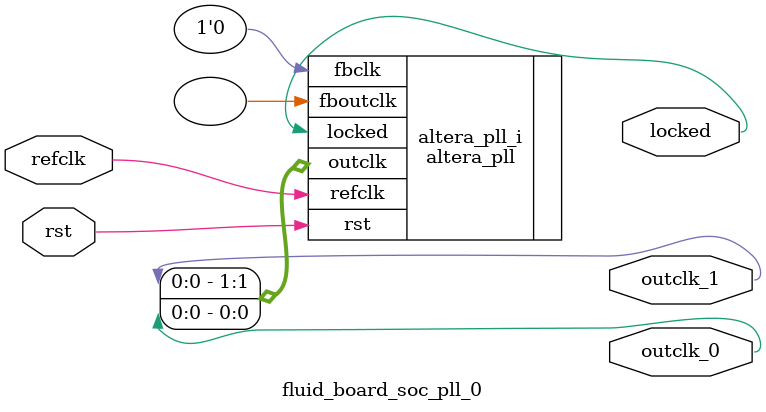
<source format=v>
`timescale 1ns/10ps
module  fluid_board_soc_pll_0(

	// interface 'refclk'
	input wire refclk,

	// interface 'reset'
	input wire rst,

	// interface 'outclk0'
	output wire outclk_0,

	// interface 'outclk1'
	output wire outclk_1,

	// interface 'locked'
	output wire locked
);

	altera_pll #(
		.fractional_vco_multiplier("false"),
		.reference_clock_frequency("50.0 MHz"),
		.operation_mode("direct"),
		.number_of_clocks(2),
		.output_clock_frequency0("50 MHz"),
		.phase_shift0("0 ps"),
		.duty_cycle0(50),
		.output_clock_frequency1("12 MHz"),
		.phase_shift1("0 ps"),
		.duty_cycle1(50),
		.output_clock_frequency2("0 MHz"),
		.phase_shift2("0 ps"),
		.duty_cycle2(50),
		.output_clock_frequency3("0 MHz"),
		.phase_shift3("0 ps"),
		.duty_cycle3(50),
		.output_clock_frequency4("0 MHz"),
		.phase_shift4("0 ps"),
		.duty_cycle4(50),
		.output_clock_frequency5("0 MHz"),
		.phase_shift5("0 ps"),
		.duty_cycle5(50),
		.output_clock_frequency6("0 MHz"),
		.phase_shift6("0 ps"),
		.duty_cycle6(50),
		.output_clock_frequency7("0 MHz"),
		.phase_shift7("0 ps"),
		.duty_cycle7(50),
		.output_clock_frequency8("0 MHz"),
		.phase_shift8("0 ps"),
		.duty_cycle8(50),
		.output_clock_frequency9("0 MHz"),
		.phase_shift9("0 ps"),
		.duty_cycle9(50),
		.output_clock_frequency10("0 MHz"),
		.phase_shift10("0 ps"),
		.duty_cycle10(50),
		.output_clock_frequency11("0 MHz"),
		.phase_shift11("0 ps"),
		.duty_cycle11(50),
		.output_clock_frequency12("0 MHz"),
		.phase_shift12("0 ps"),
		.duty_cycle12(50),
		.output_clock_frequency13("0 MHz"),
		.phase_shift13("0 ps"),
		.duty_cycle13(50),
		.output_clock_frequency14("0 MHz"),
		.phase_shift14("0 ps"),
		.duty_cycle14(50),
		.output_clock_frequency15("0 MHz"),
		.phase_shift15("0 ps"),
		.duty_cycle15(50),
		.output_clock_frequency16("0 MHz"),
		.phase_shift16("0 ps"),
		.duty_cycle16(50),
		.output_clock_frequency17("0 MHz"),
		.phase_shift17("0 ps"),
		.duty_cycle17(50),
		.pll_type("General"),
		.pll_subtype("General")
	) altera_pll_i (
		.rst	(rst),
		.outclk	({outclk_1, outclk_0}),
		.locked	(locked),
		.fboutclk	( ),
		.fbclk	(1'b0),
		.refclk	(refclk)
	);
endmodule


</source>
